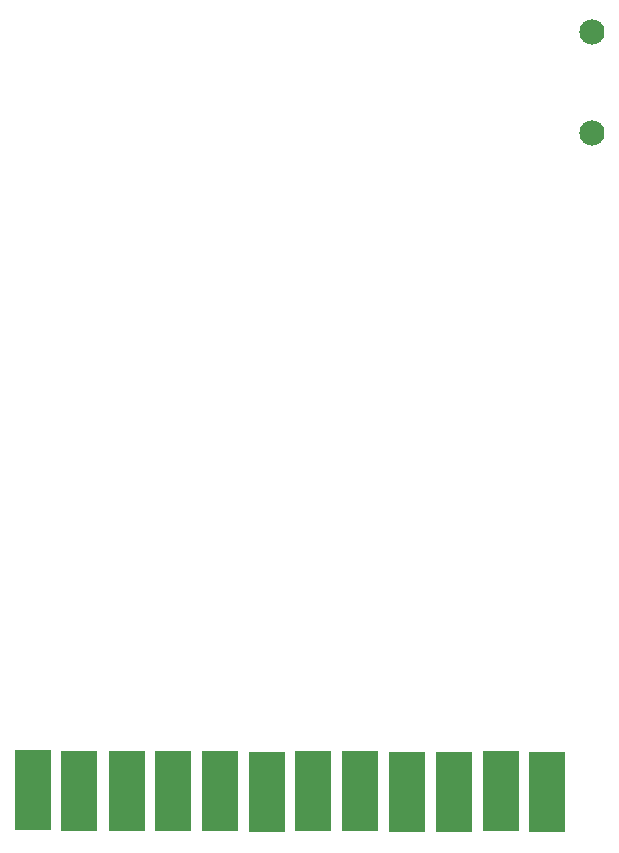
<source format=gbp>
G04 MADE WITH FRITZING*
G04 WWW.FRITZING.ORG*
G04 DOUBLE SIDED*
G04 HOLES PLATED*
G04 CONTOUR ON CENTER OF CONTOUR VECTOR*
%ASAXBY*%
%FSLAX23Y23*%
%MOIN*%
%OFA0B0*%
%SFA1.0B1.0*%
%ADD10C,0.084000*%
%ADD11R,0.119522X0.270594*%
%ADD12R,0.051181X0.141823*%
%LNPASTEMASK0*%
G90*
G70*
G54D10*
X2118Y2340D03*
X2118Y2675D03*
G54D11*
X1659Y144D03*
X255Y150D03*
X1970Y143D03*
X1816Y146D03*
X1503Y144D03*
X1346Y147D03*
X1191Y148D03*
X1035Y144D03*
X879Y147D03*
X724Y146D03*
X568Y147D03*
X410Y146D03*
G54D12*
X1499Y158D03*
X415Y158D03*
X1971Y147D03*
X1024Y155D03*
X1194Y155D03*
X1671Y155D03*
X1345Y155D03*
X564Y155D03*
X1815Y155D03*
X873Y155D03*
X715Y155D03*
X232Y167D03*
G04 End of PasteMask0*
M02*
</source>
